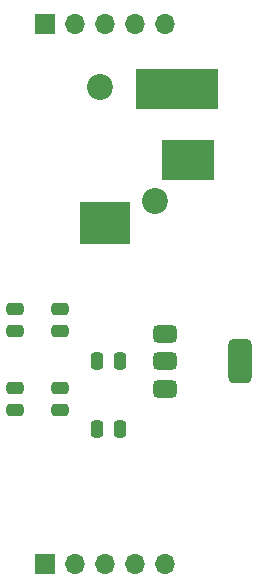
<source format=gbr>
%TF.GenerationSoftware,KiCad,Pcbnew,8.0.5*%
%TF.CreationDate,2024-11-09T04:24:37+05:30*%
%TF.ProjectId,dc_power,64635f70-6f77-4657-922e-6b696361645f,rev?*%
%TF.SameCoordinates,Original*%
%TF.FileFunction,Soldermask,Top*%
%TF.FilePolarity,Negative*%
%FSLAX46Y46*%
G04 Gerber Fmt 4.6, Leading zero omitted, Abs format (unit mm)*
G04 Created by KiCad (PCBNEW 8.0.5) date 2024-11-09 04:24:37*
%MOMM*%
%LPD*%
G01*
G04 APERTURE LIST*
G04 Aperture macros list*
%AMRoundRect*
0 Rectangle with rounded corners*
0 $1 Rounding radius*
0 $2 $3 $4 $5 $6 $7 $8 $9 X,Y pos of 4 corners*
0 Add a 4 corners polygon primitive as box body*
4,1,4,$2,$3,$4,$5,$6,$7,$8,$9,$2,$3,0*
0 Add four circle primitives for the rounded corners*
1,1,$1+$1,$2,$3*
1,1,$1+$1,$4,$5*
1,1,$1+$1,$6,$7*
1,1,$1+$1,$8,$9*
0 Add four rect primitives between the rounded corners*
20,1,$1+$1,$2,$3,$4,$5,0*
20,1,$1+$1,$4,$5,$6,$7,0*
20,1,$1+$1,$6,$7,$8,$9,0*
20,1,$1+$1,$8,$9,$2,$3,0*%
G04 Aperture macros list end*
%ADD10C,2.200000*%
%ADD11R,4.200000X3.600000*%
%ADD12R,4.400000X3.400000*%
%ADD13R,7.000000X3.400000*%
%ADD14RoundRect,0.375000X-0.625000X-0.375000X0.625000X-0.375000X0.625000X0.375000X-0.625000X0.375000X0*%
%ADD15RoundRect,0.500000X-0.500000X-1.400000X0.500000X-1.400000X0.500000X1.400000X-0.500000X1.400000X0*%
%ADD16RoundRect,0.250000X0.250000X0.475000X-0.250000X0.475000X-0.250000X-0.475000X0.250000X-0.475000X0*%
%ADD17RoundRect,0.250000X-0.250000X-0.475000X0.250000X-0.475000X0.250000X0.475000X-0.250000X0.475000X0*%
%ADD18RoundRect,0.250000X0.475000X-0.250000X0.475000X0.250000X-0.475000X0.250000X-0.475000X-0.250000X0*%
%ADD19R,1.700000X1.700000*%
%ADD20O,1.700000X1.700000*%
G04 APERTURE END LIST*
D10*
%TO.C,J1*%
X65205000Y-65810000D03*
X60550000Y-56135000D03*
D11*
X60950000Y-67650000D03*
D12*
X68040000Y-62330000D03*
D13*
X67120000Y-56280000D03*
%TD*%
D14*
%TO.C,U1*%
X66090000Y-77075000D03*
X66090000Y-79375000D03*
X66090000Y-81675000D03*
D15*
X72390000Y-79375000D03*
%TD*%
D16*
%TO.C,FB2*%
X62230000Y-79375000D03*
X60330000Y-79375000D03*
%TD*%
D17*
%TO.C,FB1*%
X60330000Y-85090000D03*
X62230000Y-85090000D03*
%TD*%
D18*
%TO.C,C4*%
X53340000Y-76830000D03*
X53340000Y-74930000D03*
%TD*%
%TO.C,C3*%
X57150000Y-76830000D03*
X57150000Y-74930000D03*
%TD*%
%TO.C,C2*%
X53340000Y-83500000D03*
X53340000Y-81600000D03*
%TD*%
%TO.C,C1*%
X57150000Y-83500000D03*
X57150000Y-81600000D03*
%TD*%
D19*
%TO.C,GND1*%
X55880000Y-96520000D03*
D20*
X58420000Y-96520000D03*
X60960000Y-96520000D03*
X63500000Y-96520000D03*
X66040000Y-96520000D03*
%TD*%
D19*
%TO.C,5V1*%
X55880000Y-50800000D03*
D20*
X58420000Y-50800000D03*
X60960000Y-50800000D03*
X63500000Y-50800000D03*
X66040000Y-50800000D03*
%TD*%
M02*

</source>
